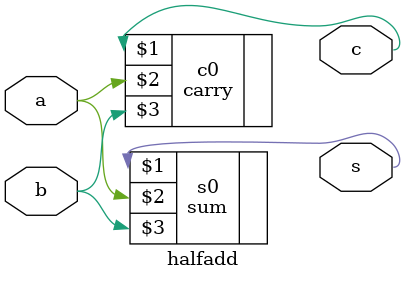
<source format=v>
module halfadd(s, c, a,b);

input a;
input b;
output s,c;

sum s0(s,a,b);
carry c0(c,a,b);



endmodule

</source>
